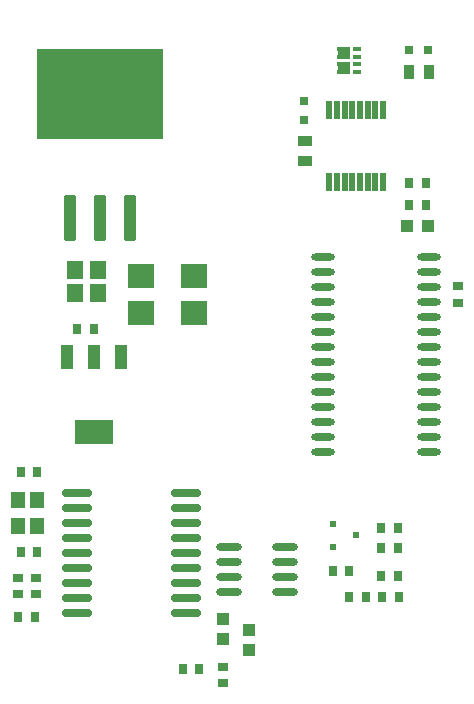
<source format=gbp>
G04*
G04 #@! TF.GenerationSoftware,Altium Limited,Altium Designer,23.8.1 (32)*
G04*
G04 Layer_Color=128*
%FSLAX44Y44*%
%MOMM*%
G71*
G04*
G04 #@! TF.SameCoordinates,B3540FD7-C173-429B-8219-2738AE0D0CCA*
G04*
G04*
G04 #@! TF.FilePolarity,Positive*
G04*
G01*
G75*
G04:AMPARAMS|DCode=41|XSize=0.95mm|YSize=3.85mm|CornerRadius=0.0522mm|HoleSize=0mm|Usage=FLASHONLY|Rotation=0.000|XOffset=0mm|YOffset=0mm|HoleType=Round|Shape=RoundedRectangle|*
%AMROUNDEDRECTD41*
21,1,0.9500,3.7455,0,0,0.0*
21,1,0.8455,3.8500,0,0,0.0*
1,1,0.1045,0.4228,-1.8728*
1,1,0.1045,-0.4228,-1.8728*
1,1,0.1045,-0.4228,1.8728*
1,1,0.1045,0.4228,1.8728*
%
%ADD41ROUNDEDRECTD41*%
G04:AMPARAMS|DCode=42|XSize=10.7mm|YSize=7.7mm|CornerRadius=0.0385mm|HoleSize=0mm|Usage=FLASHONLY|Rotation=0.000|XOffset=0mm|YOffset=0mm|HoleType=Round|Shape=RoundedRectangle|*
%AMROUNDEDRECTD42*
21,1,10.7000,7.6230,0,0,0.0*
21,1,10.6230,7.7000,0,0,0.0*
1,1,0.0770,5.3115,-3.8115*
1,1,0.0770,-5.3115,-3.8115*
1,1,0.0770,-5.3115,3.8115*
1,1,0.0770,5.3115,3.8115*
%
%ADD42ROUNDEDRECTD42*%
%ADD43R,0.8000X0.8000*%
%ADD44R,0.8500X1.3000*%
%ADD45R,0.6600X0.4570*%
%ADD46R,0.7000X0.9000*%
G04:AMPARAMS|DCode=47|XSize=0.45mm|YSize=1.6mm|CornerRadius=0.0495mm|HoleSize=0mm|Usage=FLASHONLY|Rotation=180.000|XOffset=0mm|YOffset=0mm|HoleType=Round|Shape=RoundedRectangle|*
%AMROUNDEDRECTD47*
21,1,0.4500,1.5010,0,0,180.0*
21,1,0.3510,1.6000,0,0,180.0*
1,1,0.0990,-0.1755,0.7505*
1,1,0.0990,0.1755,0.7505*
1,1,0.0990,0.1755,-0.7505*
1,1,0.0990,-0.1755,-0.7505*
%
%ADD47ROUNDEDRECTD47*%
%ADD48R,0.8000X0.8000*%
%ADD49R,2.2000X2.0000*%
%ADD50R,1.4000X1.5000*%
%ADD51R,0.9000X0.7000*%
%ADD52O,2.6000X0.7000*%
%ADD53R,1.0160X1.1176*%
%ADD54O,2.0000X0.6000*%
%ADD55R,1.3000X0.8500*%
%ADD56R,1.1176X1.0160*%
G04:AMPARAMS|DCode=57|XSize=1mm|YSize=2.05mm|CornerRadius=0.05mm|HoleSize=0mm|Usage=FLASHONLY|Rotation=180.000|XOffset=0mm|YOffset=0mm|HoleType=Round|Shape=RoundedRectangle|*
%AMROUNDEDRECTD57*
21,1,1.0000,1.9500,0,0,180.0*
21,1,0.9000,2.0500,0,0,180.0*
1,1,0.1000,-0.4500,0.9750*
1,1,0.1000,0.4500,0.9750*
1,1,0.1000,0.4500,-0.9750*
1,1,0.1000,-0.4500,-0.9750*
%
%ADD57ROUNDEDRECTD57*%
G04:AMPARAMS|DCode=58|XSize=3.25mm|YSize=2.05mm|CornerRadius=0.0513mm|HoleSize=0mm|Usage=FLASHONLY|Rotation=180.000|XOffset=0mm|YOffset=0mm|HoleType=Round|Shape=RoundedRectangle|*
%AMROUNDEDRECTD58*
21,1,3.2500,1.9475,0,0,180.0*
21,1,3.1475,2.0500,0,0,180.0*
1,1,0.1025,-1.5738,0.9738*
1,1,0.1025,1.5738,0.9738*
1,1,0.1025,1.5738,-0.9738*
1,1,0.1025,-1.5738,-0.9738*
%
%ADD58ROUNDEDRECTD58*%
%ADD59O,2.2000X0.6000*%
%ADD60R,1.2000X1.4000*%
%ADD63R,1.1180X1.0920*%
%ADD86R,0.6000X0.5000*%
D41*
X523400Y559000D02*
D03*
X498000D02*
D03*
X472600D02*
D03*
D42*
X498000Y664000D02*
D03*
D43*
X776000Y701000D02*
D03*
X760000D02*
D03*
D44*
X777000Y682000D02*
D03*
X760000D02*
D03*
D45*
X715720Y682650D02*
D03*
Y695350D02*
D03*
Y701700D02*
D03*
Y689000D02*
D03*
X702000Y701700D02*
D03*
Y695350D02*
D03*
Y689000D02*
D03*
Y682650D02*
D03*
D46*
X774000Y588000D02*
D03*
X760000D02*
D03*
X493000Y465000D02*
D03*
X479000D02*
D03*
X568000Y177000D02*
D03*
X582000D02*
D03*
X760000Y570000D02*
D03*
X774000D02*
D03*
X429000Y221000D02*
D03*
X443000D02*
D03*
X736000Y256000D02*
D03*
X750000D02*
D03*
X751001Y238000D02*
D03*
X737000D02*
D03*
X736000Y279000D02*
D03*
X750000D02*
D03*
X695000Y260000D02*
D03*
X709000D02*
D03*
X445000Y344000D02*
D03*
X431000D02*
D03*
X445000Y276000D02*
D03*
X431000D02*
D03*
X709000Y238000D02*
D03*
X723000D02*
D03*
X750000Y296000D02*
D03*
X736000D02*
D03*
D47*
X692250Y650500D02*
D03*
X698750D02*
D03*
X705250D02*
D03*
X711750D02*
D03*
X718250D02*
D03*
X724750D02*
D03*
X731250D02*
D03*
X737750D02*
D03*
X692250Y589500D02*
D03*
X698750D02*
D03*
X705250D02*
D03*
X711750D02*
D03*
X718250D02*
D03*
X724750D02*
D03*
X731250D02*
D03*
X737750D02*
D03*
D48*
X671000Y658000D02*
D03*
Y642000D02*
D03*
D49*
X533000Y510000D02*
D03*
Y478000D02*
D03*
X578000Y510000D02*
D03*
Y478000D02*
D03*
D50*
X477000Y515000D02*
D03*
X496000D02*
D03*
X477000Y495000D02*
D03*
X496000D02*
D03*
D51*
X429000Y254000D02*
D03*
Y240000D02*
D03*
X801000Y487000D02*
D03*
Y501000D02*
D03*
X444000Y240000D02*
D03*
Y254000D02*
D03*
X602000Y165000D02*
D03*
Y179000D02*
D03*
D52*
X571000Y325800D02*
D03*
Y313100D02*
D03*
Y300400D02*
D03*
Y287700D02*
D03*
Y275000D02*
D03*
Y262300D02*
D03*
Y249600D02*
D03*
Y236900D02*
D03*
Y224200D02*
D03*
X479000Y325800D02*
D03*
Y313100D02*
D03*
Y300400D02*
D03*
Y287700D02*
D03*
Y275000D02*
D03*
Y262300D02*
D03*
Y249600D02*
D03*
Y236900D02*
D03*
Y224200D02*
D03*
D53*
X624000Y192728D02*
D03*
Y210000D02*
D03*
X602000Y219272D02*
D03*
Y202000D02*
D03*
D54*
X777000Y525550D02*
D03*
Y512850D02*
D03*
Y500150D02*
D03*
Y487450D02*
D03*
Y474750D02*
D03*
Y462050D02*
D03*
Y449350D02*
D03*
Y436650D02*
D03*
Y423950D02*
D03*
Y411250D02*
D03*
Y398550D02*
D03*
Y385850D02*
D03*
Y373150D02*
D03*
Y360450D02*
D03*
X687000Y525550D02*
D03*
Y512850D02*
D03*
Y500150D02*
D03*
Y487450D02*
D03*
Y474750D02*
D03*
Y462050D02*
D03*
Y449350D02*
D03*
Y436650D02*
D03*
Y423950D02*
D03*
Y411250D02*
D03*
Y398550D02*
D03*
Y385850D02*
D03*
Y373150D02*
D03*
Y360450D02*
D03*
D55*
X672000Y624000D02*
D03*
Y607000D02*
D03*
D56*
X775636Y552000D02*
D03*
X758364D02*
D03*
D57*
X470000Y440750D02*
D03*
X493000D02*
D03*
X516000D02*
D03*
D58*
X493000Y377250D02*
D03*
D59*
X607000Y241950D02*
D03*
Y254650D02*
D03*
Y267350D02*
D03*
Y280050D02*
D03*
X655000Y241950D02*
D03*
Y254650D02*
D03*
Y267350D02*
D03*
Y280050D02*
D03*
D60*
X429000Y320000D02*
D03*
Y298000D02*
D03*
X445000D02*
D03*
Y320000D02*
D03*
D63*
X704290Y685825D02*
D03*
Y698525D02*
D03*
D86*
X695000Y299500D02*
D03*
Y280500D02*
D03*
X715000Y290000D02*
D03*
M02*

</source>
